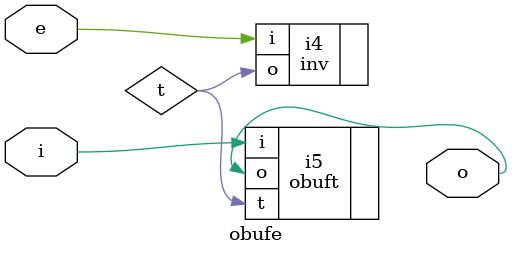
<source format=v>

module obufe (o, e, i );
// generated by Concept HDL Direct Version 1.7 08-Aug-94
// on Wed Sep  7 10:38:54 1994
// from /usr3/xiltest/concept/lib/xm3000/obufe/logic

  parameter size = 0;

  output  o;
  input  e;
  input  i;

  wire  t;

// begin instances 

  inv i4  (.i(e),
	.o(t));
  defparam i4.size = 1;

  obuft i5  (.i(i),
	.o(o),
	.t(t));
  defparam i5.size = 1;

endmodule // obufe(logic) 

</source>
